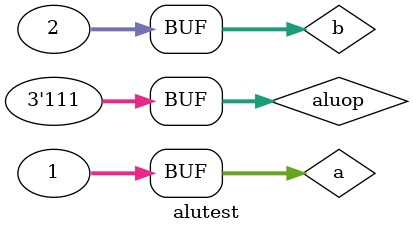
<source format=sv>
`timescale 1ns / 1ps


module alutest();
logic [2:0] aluop;
logic zero;
logic [31:0] res,a,b;

alu al(a,b,aluop,res,zero);

initial begin
a<=32'b010;b<=32'b010;aluop<=110;#20;
a<=32'b001;b<=32'b010;aluop<=111;#20;
end
endmodule

</source>
